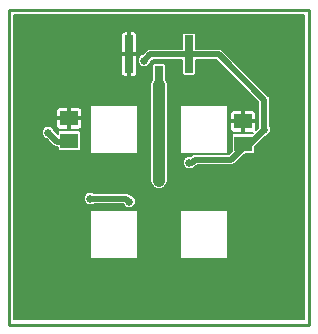
<source format=gbl>
G75*
%MOIN*%
%OFA0B0*%
%FSLAX25Y25*%
%IPPOS*%
%LPD*%
%AMOC8*
5,1,8,0,0,1.08239X$1,22.5*
%
%ADD10C,0.01000*%
%ADD11R,0.05906X0.05118*%
%ADD12R,0.02700X0.12600*%
%ADD13C,0.00600*%
%ADD14C,0.02578*%
%ADD15C,0.02000*%
%ADD16C,0.04000*%
D10*
X0046300Y0041300D02*
X0146300Y0041300D01*
X0146300Y0146300D01*
X0046300Y0146300D01*
X0046300Y0041300D01*
X0106300Y0095300D02*
X0107300Y0095300D01*
X0124300Y0100300D02*
X0124300Y0101560D01*
X0124560Y0101300D01*
X0126300Y0101300D01*
X0066300Y0102560D02*
X0066040Y0102300D01*
D11*
X0066300Y0102560D03*
X0066300Y0110040D03*
X0124300Y0109040D03*
X0124300Y0101560D03*
D12*
X0096300Y0121200D03*
X0086300Y0131400D03*
X0106300Y0131400D03*
D13*
X0108550Y0133300D02*
X0108550Y0138073D01*
X0108023Y0138600D01*
X0104577Y0138600D01*
X0104050Y0138073D01*
X0104050Y0133300D01*
X0092613Y0133300D01*
X0090802Y0131489D01*
X0090393Y0131489D01*
X0089111Y0130207D01*
X0089111Y0128393D01*
X0090393Y0127111D01*
X0092207Y0127111D01*
X0093489Y0128393D01*
X0093489Y0128802D01*
X0094187Y0129500D01*
X0104050Y0129500D01*
X0104050Y0124727D01*
X0104577Y0124200D01*
X0108023Y0124200D01*
X0108550Y0124727D01*
X0108550Y0129500D01*
X0115413Y0129500D01*
X0129400Y0115513D01*
X0129400Y0107496D01*
X0129111Y0107207D01*
X0129111Y0106798D01*
X0128527Y0106214D01*
X0128553Y0106310D01*
X0128553Y0108740D01*
X0124600Y0108740D01*
X0124600Y0105181D01*
X0127424Y0105181D01*
X0127520Y0105207D01*
X0127332Y0105019D01*
X0120974Y0105019D01*
X0120447Y0104492D01*
X0120447Y0099134D01*
X0119513Y0098200D01*
X0107513Y0098200D01*
X0106802Y0097489D01*
X0105393Y0097489D01*
X0104111Y0096207D01*
X0104111Y0094393D01*
X0105393Y0093111D01*
X0107207Y0093111D01*
X0107496Y0093400D01*
X0108087Y0093400D01*
X0109087Y0094400D01*
X0121087Y0094400D01*
X0122200Y0095513D01*
X0124788Y0098101D01*
X0127626Y0098101D01*
X0128153Y0098628D01*
X0128153Y0100466D01*
X0131798Y0104111D01*
X0132207Y0104111D01*
X0133489Y0105393D01*
X0133489Y0107207D01*
X0133200Y0107496D01*
X0133200Y0117087D01*
X0132087Y0118200D01*
X0116987Y0133300D01*
X0108550Y0133300D01*
X0108550Y0133794D02*
X0144500Y0133794D01*
X0144500Y0133196D02*
X0117091Y0133196D01*
X0117690Y0132597D02*
X0144500Y0132597D01*
X0144500Y0131999D02*
X0118288Y0131999D01*
X0118887Y0131400D02*
X0144500Y0131400D01*
X0144500Y0130802D02*
X0119485Y0130802D01*
X0120084Y0130203D02*
X0144500Y0130203D01*
X0144500Y0129605D02*
X0120682Y0129605D01*
X0121281Y0129006D02*
X0144500Y0129006D01*
X0144500Y0128408D02*
X0121879Y0128408D01*
X0122478Y0127809D02*
X0144500Y0127809D01*
X0144500Y0127211D02*
X0123076Y0127211D01*
X0123675Y0126612D02*
X0144500Y0126612D01*
X0144500Y0126014D02*
X0124273Y0126014D01*
X0124872Y0125415D02*
X0144500Y0125415D01*
X0144500Y0124817D02*
X0125470Y0124817D01*
X0126069Y0124218D02*
X0144500Y0124218D01*
X0144500Y0123620D02*
X0126667Y0123620D01*
X0127266Y0123021D02*
X0144500Y0123021D01*
X0144500Y0122423D02*
X0127864Y0122423D01*
X0128463Y0121824D02*
X0144500Y0121824D01*
X0144500Y0121226D02*
X0129061Y0121226D01*
X0129660Y0120627D02*
X0144500Y0120627D01*
X0144500Y0120029D02*
X0130258Y0120029D01*
X0130857Y0119430D02*
X0144500Y0119430D01*
X0144500Y0118832D02*
X0131455Y0118832D01*
X0132054Y0118233D02*
X0144500Y0118233D01*
X0144500Y0117634D02*
X0132652Y0117634D01*
X0133200Y0117036D02*
X0144500Y0117036D01*
X0144500Y0116437D02*
X0133200Y0116437D01*
X0133200Y0115839D02*
X0144500Y0115839D01*
X0144500Y0115240D02*
X0133200Y0115240D01*
X0133200Y0114642D02*
X0144500Y0114642D01*
X0144500Y0114043D02*
X0133200Y0114043D01*
X0133200Y0113445D02*
X0144500Y0113445D01*
X0144500Y0112846D02*
X0133200Y0112846D01*
X0133200Y0112248D02*
X0144500Y0112248D01*
X0144500Y0111649D02*
X0133200Y0111649D01*
X0133200Y0111051D02*
X0144500Y0111051D01*
X0144500Y0110452D02*
X0133200Y0110452D01*
X0133200Y0109854D02*
X0144500Y0109854D01*
X0144500Y0109255D02*
X0133200Y0109255D01*
X0133200Y0108657D02*
X0144500Y0108657D01*
X0144500Y0108058D02*
X0133200Y0108058D01*
X0133236Y0107460D02*
X0144500Y0107460D01*
X0144500Y0106861D02*
X0133489Y0106861D01*
X0133489Y0106263D02*
X0144500Y0106263D01*
X0144500Y0105664D02*
X0133489Y0105664D01*
X0133161Y0105066D02*
X0144500Y0105066D01*
X0144500Y0104467D02*
X0132563Y0104467D01*
X0131556Y0103869D02*
X0144500Y0103869D01*
X0144500Y0103270D02*
X0130957Y0103270D01*
X0130359Y0102672D02*
X0144500Y0102672D01*
X0144500Y0102073D02*
X0129760Y0102073D01*
X0129162Y0101475D02*
X0144500Y0101475D01*
X0144500Y0100876D02*
X0128563Y0100876D01*
X0128153Y0100278D02*
X0144500Y0100278D01*
X0144500Y0099679D02*
X0128153Y0099679D01*
X0128153Y0099081D02*
X0144500Y0099081D01*
X0144500Y0098482D02*
X0128007Y0098482D01*
X0124571Y0097884D02*
X0144500Y0097884D01*
X0144500Y0097285D02*
X0123972Y0097285D01*
X0123374Y0096687D02*
X0144500Y0096687D01*
X0144500Y0096088D02*
X0122775Y0096088D01*
X0122200Y0095513D02*
X0122200Y0095513D01*
X0122177Y0095490D02*
X0144500Y0095490D01*
X0144500Y0094891D02*
X0121578Y0094891D01*
X0119795Y0098482D02*
X0119331Y0098482D01*
X0119400Y0098551D02*
X0119400Y0114049D01*
X0119049Y0114400D01*
X0103551Y0114400D01*
X0103200Y0114049D01*
X0103200Y0098551D01*
X0103551Y0098200D01*
X0104049Y0098200D01*
X0119049Y0098200D01*
X0119400Y0098551D01*
X0119400Y0099081D02*
X0120394Y0099081D01*
X0120447Y0099679D02*
X0119400Y0099679D01*
X0119400Y0100278D02*
X0120447Y0100278D01*
X0120447Y0100876D02*
X0119400Y0100876D01*
X0119400Y0101475D02*
X0120447Y0101475D01*
X0120447Y0102073D02*
X0119400Y0102073D01*
X0119400Y0102672D02*
X0120447Y0102672D01*
X0120447Y0103270D02*
X0119400Y0103270D01*
X0119400Y0103869D02*
X0120447Y0103869D01*
X0120447Y0104467D02*
X0119400Y0104467D01*
X0119400Y0105066D02*
X0127379Y0105066D01*
X0128540Y0106263D02*
X0128576Y0106263D01*
X0128553Y0106861D02*
X0129111Y0106861D01*
X0129364Y0107460D02*
X0128553Y0107460D01*
X0128553Y0108058D02*
X0129400Y0108058D01*
X0129400Y0108657D02*
X0128553Y0108657D01*
X0128553Y0109340D02*
X0128553Y0111770D01*
X0128464Y0112101D01*
X0128293Y0112397D01*
X0128051Y0112639D01*
X0127755Y0112811D01*
X0127424Y0112899D01*
X0124600Y0112899D01*
X0124600Y0109340D01*
X0128553Y0109340D01*
X0128553Y0109854D02*
X0129400Y0109854D01*
X0129400Y0110452D02*
X0128553Y0110452D01*
X0128553Y0111051D02*
X0129400Y0111051D01*
X0129400Y0111649D02*
X0128553Y0111649D01*
X0128379Y0112248D02*
X0129400Y0112248D01*
X0129400Y0112846D02*
X0127621Y0112846D01*
X0129400Y0113445D02*
X0119400Y0113445D01*
X0119400Y0114043D02*
X0129400Y0114043D01*
X0129400Y0114642D02*
X0099200Y0114642D01*
X0099200Y0115240D02*
X0129400Y0115240D01*
X0129074Y0115839D02*
X0099200Y0115839D01*
X0099200Y0116437D02*
X0128476Y0116437D01*
X0127877Y0117036D02*
X0099200Y0117036D01*
X0099200Y0117634D02*
X0127278Y0117634D01*
X0126680Y0118233D02*
X0099200Y0118233D01*
X0099200Y0118832D02*
X0126081Y0118832D01*
X0125483Y0119430D02*
X0099200Y0119430D01*
X0099200Y0120029D02*
X0124884Y0120029D01*
X0124286Y0120627D02*
X0099200Y0120627D01*
X0099200Y0121226D02*
X0123687Y0121226D01*
X0123089Y0121824D02*
X0099180Y0121824D01*
X0099200Y0121777D02*
X0098758Y0122843D01*
X0098550Y0123051D01*
X0098550Y0127873D01*
X0098023Y0128400D01*
X0094577Y0128400D01*
X0094050Y0127873D01*
X0094050Y0123051D01*
X0093841Y0122843D01*
X0093400Y0121777D01*
X0093400Y0088723D01*
X0093841Y0087657D01*
X0094657Y0086841D01*
X0095723Y0086400D01*
X0096877Y0086400D01*
X0097943Y0086841D01*
X0098758Y0087657D01*
X0099200Y0088723D01*
X0099200Y0121777D01*
X0098933Y0122423D02*
X0122490Y0122423D01*
X0121892Y0123021D02*
X0098580Y0123021D01*
X0098550Y0123620D02*
X0121293Y0123620D01*
X0120695Y0124218D02*
X0108041Y0124218D01*
X0108550Y0124817D02*
X0120096Y0124817D01*
X0119498Y0125415D02*
X0108550Y0125415D01*
X0108550Y0126014D02*
X0118899Y0126014D01*
X0118301Y0126612D02*
X0108550Y0126612D01*
X0108550Y0127211D02*
X0117702Y0127211D01*
X0117104Y0127809D02*
X0108550Y0127809D01*
X0108550Y0128408D02*
X0116505Y0128408D01*
X0115907Y0129006D02*
X0108550Y0129006D01*
X0104050Y0129006D02*
X0093693Y0129006D01*
X0093489Y0128408D02*
X0104050Y0128408D01*
X0104050Y0127809D02*
X0098550Y0127809D01*
X0098550Y0127211D02*
X0104050Y0127211D01*
X0104050Y0126612D02*
X0098550Y0126612D01*
X0098550Y0126014D02*
X0104050Y0126014D01*
X0104050Y0125415D02*
X0098550Y0125415D01*
X0098550Y0124817D02*
X0104050Y0124817D01*
X0104559Y0124218D02*
X0098550Y0124218D01*
X0094050Y0124218D02*
X0088607Y0124218D01*
X0088690Y0124302D02*
X0088861Y0124598D01*
X0088950Y0124929D01*
X0088950Y0131100D01*
X0086600Y0131100D01*
X0086600Y0131700D01*
X0086000Y0131700D01*
X0086000Y0139000D01*
X0084779Y0139000D01*
X0084448Y0138911D01*
X0084152Y0138740D01*
X0083910Y0138498D01*
X0083739Y0138202D01*
X0083650Y0137871D01*
X0083650Y0131700D01*
X0086000Y0131700D01*
X0086000Y0131100D01*
X0083650Y0131100D01*
X0083650Y0124929D01*
X0083739Y0124598D01*
X0083910Y0124302D01*
X0084152Y0124060D01*
X0084448Y0123889D01*
X0084779Y0123800D01*
X0086000Y0123800D01*
X0086000Y0131100D01*
X0086600Y0131100D01*
X0086600Y0123800D01*
X0087821Y0123800D01*
X0088152Y0123889D01*
X0088448Y0124060D01*
X0088690Y0124302D01*
X0088920Y0124817D02*
X0094050Y0124817D01*
X0094050Y0125415D02*
X0088950Y0125415D01*
X0088950Y0126014D02*
X0094050Y0126014D01*
X0094050Y0126612D02*
X0088950Y0126612D01*
X0088950Y0127211D02*
X0090294Y0127211D01*
X0089695Y0127809D02*
X0088950Y0127809D01*
X0088950Y0128408D02*
X0089111Y0128408D01*
X0089111Y0129006D02*
X0088950Y0129006D01*
X0088950Y0129605D02*
X0089111Y0129605D01*
X0089111Y0130203D02*
X0088950Y0130203D01*
X0088950Y0130802D02*
X0089706Y0130802D01*
X0090305Y0131400D02*
X0086600Y0131400D01*
X0086600Y0131700D02*
X0088950Y0131700D01*
X0088950Y0137871D01*
X0088861Y0138202D01*
X0088690Y0138498D01*
X0088448Y0138740D01*
X0088152Y0138911D01*
X0087821Y0139000D01*
X0086600Y0139000D01*
X0086600Y0131700D01*
X0086600Y0131999D02*
X0086000Y0131999D01*
X0086000Y0132597D02*
X0086600Y0132597D01*
X0086600Y0133196D02*
X0086000Y0133196D01*
X0086000Y0133794D02*
X0086600Y0133794D01*
X0086600Y0134393D02*
X0086000Y0134393D01*
X0086000Y0134991D02*
X0086600Y0134991D01*
X0086600Y0135590D02*
X0086000Y0135590D01*
X0086000Y0136188D02*
X0086600Y0136188D01*
X0086600Y0136787D02*
X0086000Y0136787D01*
X0086000Y0137385D02*
X0086600Y0137385D01*
X0086600Y0137984D02*
X0086000Y0137984D01*
X0086000Y0138582D02*
X0086600Y0138582D01*
X0083994Y0138582D02*
X0048100Y0138582D01*
X0048100Y0137984D02*
X0083680Y0137984D01*
X0083650Y0137385D02*
X0048100Y0137385D01*
X0048100Y0136787D02*
X0083650Y0136787D01*
X0083650Y0136188D02*
X0048100Y0136188D01*
X0048100Y0135590D02*
X0083650Y0135590D01*
X0083650Y0134991D02*
X0048100Y0134991D01*
X0048100Y0134393D02*
X0083650Y0134393D01*
X0083650Y0133794D02*
X0048100Y0133794D01*
X0048100Y0133196D02*
X0083650Y0133196D01*
X0083650Y0132597D02*
X0048100Y0132597D01*
X0048100Y0131999D02*
X0083650Y0131999D01*
X0083650Y0130802D02*
X0048100Y0130802D01*
X0048100Y0131400D02*
X0086000Y0131400D01*
X0086000Y0130802D02*
X0086600Y0130802D01*
X0086600Y0130203D02*
X0086000Y0130203D01*
X0086000Y0129605D02*
X0086600Y0129605D01*
X0086600Y0129006D02*
X0086000Y0129006D01*
X0086000Y0128408D02*
X0086600Y0128408D01*
X0086600Y0127809D02*
X0086000Y0127809D01*
X0086000Y0127211D02*
X0086600Y0127211D01*
X0086600Y0126612D02*
X0086000Y0126612D01*
X0086000Y0126014D02*
X0086600Y0126014D01*
X0086600Y0125415D02*
X0086000Y0125415D01*
X0086000Y0124817D02*
X0086600Y0124817D01*
X0086600Y0124218D02*
X0086000Y0124218D01*
X0083993Y0124218D02*
X0048100Y0124218D01*
X0048100Y0123620D02*
X0094050Y0123620D01*
X0094020Y0123021D02*
X0048100Y0123021D01*
X0048100Y0122423D02*
X0093667Y0122423D01*
X0093420Y0121824D02*
X0048100Y0121824D01*
X0048100Y0121226D02*
X0093400Y0121226D01*
X0093400Y0120627D02*
X0048100Y0120627D01*
X0048100Y0120029D02*
X0093400Y0120029D01*
X0093400Y0119430D02*
X0048100Y0119430D01*
X0048100Y0118832D02*
X0093400Y0118832D01*
X0093400Y0118233D02*
X0048100Y0118233D01*
X0048100Y0117634D02*
X0093400Y0117634D01*
X0093400Y0117036D02*
X0048100Y0117036D01*
X0048100Y0116437D02*
X0093400Y0116437D01*
X0093400Y0115839D02*
X0048100Y0115839D01*
X0048100Y0115240D02*
X0093400Y0115240D01*
X0093400Y0114642D02*
X0048100Y0114642D01*
X0048100Y0114043D02*
X0073200Y0114043D01*
X0073200Y0114049D02*
X0073200Y0098551D01*
X0073551Y0098200D01*
X0074049Y0098200D01*
X0089049Y0098200D01*
X0089400Y0098551D01*
X0089400Y0114049D01*
X0089049Y0114400D01*
X0073551Y0114400D01*
X0073200Y0114049D01*
X0073200Y0113445D02*
X0070246Y0113445D01*
X0070293Y0113397D02*
X0070051Y0113639D01*
X0069755Y0113811D01*
X0069424Y0113899D01*
X0066600Y0113899D01*
X0066600Y0110340D01*
X0070553Y0110340D01*
X0070553Y0112770D01*
X0070464Y0113101D01*
X0070293Y0113397D01*
X0070532Y0112846D02*
X0073200Y0112846D01*
X0073200Y0112248D02*
X0070553Y0112248D01*
X0070553Y0111649D02*
X0073200Y0111649D01*
X0073200Y0111051D02*
X0070553Y0111051D01*
X0070553Y0110452D02*
X0073200Y0110452D01*
X0073200Y0109854D02*
X0066600Y0109854D01*
X0066600Y0109740D02*
X0066600Y0110340D01*
X0066000Y0110340D01*
X0066000Y0109740D01*
X0066600Y0109740D01*
X0066600Y0106181D01*
X0069424Y0106181D01*
X0069755Y0106270D01*
X0070051Y0106441D01*
X0070293Y0106683D01*
X0070464Y0106979D01*
X0070553Y0107310D01*
X0070553Y0109740D01*
X0066600Y0109740D01*
X0066600Y0109255D02*
X0066000Y0109255D01*
X0066000Y0109740D02*
X0066000Y0106181D01*
X0063176Y0106181D01*
X0062845Y0106270D01*
X0062549Y0106441D01*
X0062307Y0106683D01*
X0062136Y0106979D01*
X0062047Y0107310D01*
X0062047Y0109740D01*
X0066000Y0109740D01*
X0066000Y0109854D02*
X0048100Y0109854D01*
X0048100Y0110452D02*
X0062047Y0110452D01*
X0062047Y0110340D02*
X0062047Y0112770D01*
X0062136Y0113101D01*
X0062307Y0113397D01*
X0062549Y0113639D01*
X0062845Y0113811D01*
X0063176Y0113899D01*
X0066000Y0113899D01*
X0066000Y0110340D01*
X0062047Y0110340D01*
X0062047Y0111051D02*
X0048100Y0111051D01*
X0048100Y0111649D02*
X0062047Y0111649D01*
X0062047Y0112248D02*
X0048100Y0112248D01*
X0048100Y0112846D02*
X0062068Y0112846D01*
X0062354Y0113445D02*
X0048100Y0113445D01*
X0048100Y0109255D02*
X0062047Y0109255D01*
X0062047Y0108657D02*
X0048100Y0108657D01*
X0048100Y0108058D02*
X0062047Y0108058D01*
X0062047Y0107460D02*
X0060236Y0107460D01*
X0060207Y0107489D02*
X0058393Y0107489D01*
X0057111Y0106207D01*
X0057111Y0104393D01*
X0058393Y0103111D01*
X0058802Y0103111D01*
X0060400Y0101513D01*
X0061513Y0100400D01*
X0062447Y0100400D01*
X0062447Y0099628D01*
X0062974Y0099101D01*
X0069626Y0099101D01*
X0070153Y0099628D01*
X0070153Y0105492D01*
X0069626Y0106019D01*
X0062974Y0106019D01*
X0062447Y0105492D01*
X0062447Y0104840D01*
X0061489Y0105798D01*
X0061489Y0106207D01*
X0060207Y0107489D01*
X0060834Y0106861D02*
X0062204Y0106861D01*
X0062871Y0106263D02*
X0061433Y0106263D01*
X0061623Y0105664D02*
X0062620Y0105664D01*
X0062447Y0105066D02*
X0062221Y0105066D01*
X0059241Y0102672D02*
X0048100Y0102672D01*
X0048100Y0103270D02*
X0058234Y0103270D01*
X0057636Y0103869D02*
X0048100Y0103869D01*
X0048100Y0104467D02*
X0057111Y0104467D01*
X0057111Y0105066D02*
X0048100Y0105066D01*
X0048100Y0105664D02*
X0057111Y0105664D01*
X0057167Y0106263D02*
X0048100Y0106263D01*
X0048100Y0106861D02*
X0057766Y0106861D01*
X0058364Y0107460D02*
X0048100Y0107460D01*
X0048100Y0102073D02*
X0059840Y0102073D01*
X0060438Y0101475D02*
X0048100Y0101475D01*
X0048100Y0100876D02*
X0061037Y0100876D01*
X0062447Y0100278D02*
X0048100Y0100278D01*
X0048100Y0099679D02*
X0062447Y0099679D01*
X0066000Y0106263D02*
X0066600Y0106263D01*
X0066600Y0106861D02*
X0066000Y0106861D01*
X0066000Y0107460D02*
X0066600Y0107460D01*
X0066600Y0108058D02*
X0066000Y0108058D01*
X0066000Y0108657D02*
X0066600Y0108657D01*
X0066600Y0110452D02*
X0066000Y0110452D01*
X0066000Y0111051D02*
X0066600Y0111051D01*
X0066600Y0111649D02*
X0066000Y0111649D01*
X0066000Y0112248D02*
X0066600Y0112248D01*
X0066600Y0112846D02*
X0066000Y0112846D01*
X0066000Y0113445D02*
X0066600Y0113445D01*
X0070553Y0109255D02*
X0073200Y0109255D01*
X0073200Y0108657D02*
X0070553Y0108657D01*
X0070553Y0108058D02*
X0073200Y0108058D01*
X0073200Y0107460D02*
X0070553Y0107460D01*
X0070396Y0106861D02*
X0073200Y0106861D01*
X0073200Y0106263D02*
X0069729Y0106263D01*
X0069980Y0105664D02*
X0073200Y0105664D01*
X0073200Y0105066D02*
X0070153Y0105066D01*
X0070153Y0104467D02*
X0073200Y0104467D01*
X0073200Y0103869D02*
X0070153Y0103869D01*
X0070153Y0103270D02*
X0073200Y0103270D01*
X0073200Y0102672D02*
X0070153Y0102672D01*
X0070153Y0102073D02*
X0073200Y0102073D01*
X0073200Y0101475D02*
X0070153Y0101475D01*
X0070153Y0100876D02*
X0073200Y0100876D01*
X0073200Y0100278D02*
X0070153Y0100278D01*
X0070153Y0099679D02*
X0073200Y0099679D01*
X0073200Y0099081D02*
X0048100Y0099081D01*
X0048100Y0098482D02*
X0073269Y0098482D01*
X0072393Y0085489D02*
X0071111Y0084207D01*
X0071111Y0082393D01*
X0072393Y0081111D01*
X0074207Y0081111D01*
X0074496Y0081400D01*
X0084111Y0081400D01*
X0084111Y0081393D01*
X0085393Y0080111D01*
X0087207Y0080111D01*
X0088489Y0081393D01*
X0088489Y0083207D01*
X0087207Y0084489D01*
X0086798Y0084489D01*
X0086087Y0085200D01*
X0074496Y0085200D01*
X0074207Y0085489D01*
X0072393Y0085489D01*
X0072219Y0085315D02*
X0048100Y0085315D01*
X0048100Y0085913D02*
X0144500Y0085913D01*
X0144500Y0085315D02*
X0074381Y0085315D01*
X0071621Y0084716D02*
X0048100Y0084716D01*
X0048100Y0084118D02*
X0071111Y0084118D01*
X0071111Y0083519D02*
X0048100Y0083519D01*
X0048100Y0082921D02*
X0071111Y0082921D01*
X0071182Y0082322D02*
X0048100Y0082322D01*
X0048100Y0081724D02*
X0071780Y0081724D01*
X0072379Y0081125D02*
X0048100Y0081125D01*
X0048100Y0080527D02*
X0084978Y0080527D01*
X0084379Y0081125D02*
X0074221Y0081125D01*
X0073551Y0079400D02*
X0073200Y0079049D01*
X0073200Y0063551D01*
X0073551Y0063200D01*
X0074049Y0063200D01*
X0089049Y0063200D01*
X0089400Y0063551D01*
X0089400Y0079049D01*
X0089049Y0079400D01*
X0073551Y0079400D01*
X0073481Y0079330D02*
X0048100Y0079330D01*
X0048100Y0079928D02*
X0144500Y0079928D01*
X0144500Y0079330D02*
X0119119Y0079330D01*
X0119049Y0079400D02*
X0103551Y0079400D01*
X0103200Y0079049D01*
X0103200Y0063551D01*
X0103551Y0063200D01*
X0104049Y0063200D01*
X0119049Y0063200D01*
X0119400Y0063551D01*
X0119400Y0079049D01*
X0119049Y0079400D01*
X0119400Y0078731D02*
X0144500Y0078731D01*
X0144500Y0078133D02*
X0119400Y0078133D01*
X0119400Y0077534D02*
X0144500Y0077534D01*
X0144500Y0076936D02*
X0119400Y0076936D01*
X0119400Y0076337D02*
X0144500Y0076337D01*
X0144500Y0075739D02*
X0119400Y0075739D01*
X0119400Y0075140D02*
X0144500Y0075140D01*
X0144500Y0074542D02*
X0119400Y0074542D01*
X0119400Y0073943D02*
X0144500Y0073943D01*
X0144500Y0073345D02*
X0119400Y0073345D01*
X0119400Y0072746D02*
X0144500Y0072746D01*
X0144500Y0072148D02*
X0119400Y0072148D01*
X0119400Y0071549D02*
X0144500Y0071549D01*
X0144500Y0070951D02*
X0119400Y0070951D01*
X0119400Y0070352D02*
X0144500Y0070352D01*
X0144500Y0069754D02*
X0119400Y0069754D01*
X0119400Y0069155D02*
X0144500Y0069155D01*
X0144500Y0068557D02*
X0119400Y0068557D01*
X0119400Y0067958D02*
X0144500Y0067958D01*
X0144500Y0067360D02*
X0119400Y0067360D01*
X0119400Y0066761D02*
X0144500Y0066761D01*
X0144500Y0066163D02*
X0119400Y0066163D01*
X0119400Y0065564D02*
X0144500Y0065564D01*
X0144500Y0064966D02*
X0119400Y0064966D01*
X0119400Y0064367D02*
X0144500Y0064367D01*
X0144500Y0063768D02*
X0119400Y0063768D01*
X0103200Y0063768D02*
X0089400Y0063768D01*
X0089400Y0064367D02*
X0103200Y0064367D01*
X0103200Y0064966D02*
X0089400Y0064966D01*
X0089400Y0065564D02*
X0103200Y0065564D01*
X0103200Y0066163D02*
X0089400Y0066163D01*
X0089400Y0066761D02*
X0103200Y0066761D01*
X0103200Y0067360D02*
X0089400Y0067360D01*
X0089400Y0067958D02*
X0103200Y0067958D01*
X0103200Y0068557D02*
X0089400Y0068557D01*
X0089400Y0069155D02*
X0103200Y0069155D01*
X0103200Y0069754D02*
X0089400Y0069754D01*
X0089400Y0070352D02*
X0103200Y0070352D01*
X0103200Y0070951D02*
X0089400Y0070951D01*
X0089400Y0071549D02*
X0103200Y0071549D01*
X0103200Y0072148D02*
X0089400Y0072148D01*
X0089400Y0072746D02*
X0103200Y0072746D01*
X0103200Y0073345D02*
X0089400Y0073345D01*
X0089400Y0073943D02*
X0103200Y0073943D01*
X0103200Y0074542D02*
X0089400Y0074542D01*
X0089400Y0075140D02*
X0103200Y0075140D01*
X0103200Y0075739D02*
X0089400Y0075739D01*
X0089400Y0076337D02*
X0103200Y0076337D01*
X0103200Y0076936D02*
X0089400Y0076936D01*
X0089400Y0077534D02*
X0103200Y0077534D01*
X0103200Y0078133D02*
X0089400Y0078133D01*
X0089400Y0078731D02*
X0103200Y0078731D01*
X0103481Y0079330D02*
X0089119Y0079330D01*
X0087622Y0080527D02*
X0144500Y0080527D01*
X0144500Y0081125D02*
X0088221Y0081125D01*
X0088489Y0081724D02*
X0144500Y0081724D01*
X0144500Y0082322D02*
X0088489Y0082322D01*
X0088489Y0082921D02*
X0144500Y0082921D01*
X0144500Y0083519D02*
X0088176Y0083519D01*
X0087578Y0084118D02*
X0144500Y0084118D01*
X0144500Y0084716D02*
X0086571Y0084716D01*
X0093820Y0087709D02*
X0048100Y0087709D01*
X0048100Y0088307D02*
X0093572Y0088307D01*
X0093400Y0088906D02*
X0048100Y0088906D01*
X0048100Y0089504D02*
X0093400Y0089504D01*
X0093400Y0090103D02*
X0048100Y0090103D01*
X0048100Y0090701D02*
X0093400Y0090701D01*
X0093400Y0091300D02*
X0048100Y0091300D01*
X0048100Y0091899D02*
X0093400Y0091899D01*
X0093400Y0092497D02*
X0048100Y0092497D01*
X0048100Y0093096D02*
X0093400Y0093096D01*
X0093400Y0093694D02*
X0048100Y0093694D01*
X0048100Y0094293D02*
X0093400Y0094293D01*
X0093400Y0094891D02*
X0048100Y0094891D01*
X0048100Y0095490D02*
X0093400Y0095490D01*
X0093400Y0096088D02*
X0048100Y0096088D01*
X0048100Y0096687D02*
X0093400Y0096687D01*
X0093400Y0097285D02*
X0048100Y0097285D01*
X0048100Y0097884D02*
X0093400Y0097884D01*
X0093400Y0098482D02*
X0089331Y0098482D01*
X0089400Y0099081D02*
X0093400Y0099081D01*
X0093400Y0099679D02*
X0089400Y0099679D01*
X0089400Y0100278D02*
X0093400Y0100278D01*
X0093400Y0100876D02*
X0089400Y0100876D01*
X0089400Y0101475D02*
X0093400Y0101475D01*
X0093400Y0102073D02*
X0089400Y0102073D01*
X0089400Y0102672D02*
X0093400Y0102672D01*
X0093400Y0103270D02*
X0089400Y0103270D01*
X0089400Y0103869D02*
X0093400Y0103869D01*
X0093400Y0104467D02*
X0089400Y0104467D01*
X0089400Y0105066D02*
X0093400Y0105066D01*
X0093400Y0105664D02*
X0089400Y0105664D01*
X0089400Y0106263D02*
X0093400Y0106263D01*
X0093400Y0106861D02*
X0089400Y0106861D01*
X0089400Y0107460D02*
X0093400Y0107460D01*
X0093400Y0108058D02*
X0089400Y0108058D01*
X0089400Y0108657D02*
X0093400Y0108657D01*
X0093400Y0109255D02*
X0089400Y0109255D01*
X0089400Y0109854D02*
X0093400Y0109854D01*
X0093400Y0110452D02*
X0089400Y0110452D01*
X0089400Y0111051D02*
X0093400Y0111051D01*
X0093400Y0111649D02*
X0089400Y0111649D01*
X0089400Y0112248D02*
X0093400Y0112248D01*
X0093400Y0112846D02*
X0089400Y0112846D01*
X0089400Y0113445D02*
X0093400Y0113445D01*
X0093400Y0114043D02*
X0089400Y0114043D01*
X0099200Y0114043D02*
X0103200Y0114043D01*
X0103200Y0113445D02*
X0099200Y0113445D01*
X0099200Y0112846D02*
X0103200Y0112846D01*
X0103200Y0112248D02*
X0099200Y0112248D01*
X0099200Y0111649D02*
X0103200Y0111649D01*
X0103200Y0111051D02*
X0099200Y0111051D01*
X0099200Y0110452D02*
X0103200Y0110452D01*
X0103200Y0109854D02*
X0099200Y0109854D01*
X0099200Y0109255D02*
X0103200Y0109255D01*
X0103200Y0108657D02*
X0099200Y0108657D01*
X0099200Y0108058D02*
X0103200Y0108058D01*
X0103200Y0107460D02*
X0099200Y0107460D01*
X0099200Y0106861D02*
X0103200Y0106861D01*
X0103200Y0106263D02*
X0099200Y0106263D01*
X0099200Y0105664D02*
X0103200Y0105664D01*
X0103200Y0105066D02*
X0099200Y0105066D01*
X0099200Y0104467D02*
X0103200Y0104467D01*
X0103200Y0103869D02*
X0099200Y0103869D01*
X0099200Y0103270D02*
X0103200Y0103270D01*
X0103200Y0102672D02*
X0099200Y0102672D01*
X0099200Y0102073D02*
X0103200Y0102073D01*
X0103200Y0101475D02*
X0099200Y0101475D01*
X0099200Y0100876D02*
X0103200Y0100876D01*
X0103200Y0100278D02*
X0099200Y0100278D01*
X0099200Y0099679D02*
X0103200Y0099679D01*
X0103200Y0099081D02*
X0099200Y0099081D01*
X0099200Y0098482D02*
X0103269Y0098482D01*
X0104591Y0096687D02*
X0099200Y0096687D01*
X0099200Y0097285D02*
X0105189Y0097285D01*
X0104111Y0096088D02*
X0099200Y0096088D01*
X0099200Y0095490D02*
X0104111Y0095490D01*
X0104111Y0094891D02*
X0099200Y0094891D01*
X0099200Y0094293D02*
X0104212Y0094293D01*
X0104810Y0093694D02*
X0099200Y0093694D01*
X0099200Y0093096D02*
X0144500Y0093096D01*
X0144500Y0093694D02*
X0108381Y0093694D01*
X0108980Y0094293D02*
X0144500Y0094293D01*
X0144500Y0092497D02*
X0099200Y0092497D01*
X0099200Y0091899D02*
X0144500Y0091899D01*
X0144500Y0091300D02*
X0099200Y0091300D01*
X0099200Y0090701D02*
X0144500Y0090701D01*
X0144500Y0090103D02*
X0099200Y0090103D01*
X0099200Y0089504D02*
X0144500Y0089504D01*
X0144500Y0088906D02*
X0099200Y0088906D01*
X0099028Y0088307D02*
X0144500Y0088307D01*
X0144500Y0087709D02*
X0098780Y0087709D01*
X0098212Y0087110D02*
X0144500Y0087110D01*
X0144500Y0086512D02*
X0097147Y0086512D01*
X0095453Y0086512D02*
X0048100Y0086512D01*
X0048100Y0087110D02*
X0094388Y0087110D01*
X0099200Y0097884D02*
X0107197Y0097884D01*
X0119400Y0105664D02*
X0120326Y0105664D01*
X0120307Y0105683D02*
X0120549Y0105441D01*
X0120845Y0105270D01*
X0121176Y0105181D01*
X0124000Y0105181D01*
X0124000Y0108740D01*
X0124600Y0108740D01*
X0124600Y0109340D01*
X0124000Y0109340D01*
X0124000Y0108740D01*
X0120047Y0108740D01*
X0120047Y0106310D01*
X0120136Y0105979D01*
X0120307Y0105683D01*
X0120060Y0106263D02*
X0119400Y0106263D01*
X0119400Y0106861D02*
X0120047Y0106861D01*
X0120047Y0107460D02*
X0119400Y0107460D01*
X0119400Y0108058D02*
X0120047Y0108058D01*
X0120047Y0108657D02*
X0119400Y0108657D01*
X0119400Y0109255D02*
X0124000Y0109255D01*
X0124000Y0109340D02*
X0120047Y0109340D01*
X0120047Y0111770D01*
X0120136Y0112101D01*
X0120307Y0112397D01*
X0120549Y0112639D01*
X0120845Y0112811D01*
X0121176Y0112899D01*
X0124000Y0112899D01*
X0124000Y0109340D01*
X0124000Y0109854D02*
X0124600Y0109854D01*
X0124600Y0110452D02*
X0124000Y0110452D01*
X0124000Y0111051D02*
X0124600Y0111051D01*
X0124600Y0111649D02*
X0124000Y0111649D01*
X0124000Y0112248D02*
X0124600Y0112248D01*
X0124600Y0112846D02*
X0124000Y0112846D01*
X0120979Y0112846D02*
X0119400Y0112846D01*
X0119400Y0112248D02*
X0120221Y0112248D01*
X0120047Y0111649D02*
X0119400Y0111649D01*
X0119400Y0111051D02*
X0120047Y0111051D01*
X0120047Y0110452D02*
X0119400Y0110452D01*
X0119400Y0109854D02*
X0120047Y0109854D01*
X0124000Y0108657D02*
X0124600Y0108657D01*
X0124600Y0109255D02*
X0129400Y0109255D01*
X0124600Y0108058D02*
X0124000Y0108058D01*
X0124000Y0107460D02*
X0124600Y0107460D01*
X0124600Y0106861D02*
X0124000Y0106861D01*
X0124000Y0106263D02*
X0124600Y0106263D01*
X0124600Y0105664D02*
X0124000Y0105664D01*
X0108550Y0134393D02*
X0144500Y0134393D01*
X0144500Y0134991D02*
X0108550Y0134991D01*
X0108550Y0135590D02*
X0144500Y0135590D01*
X0144500Y0136188D02*
X0108550Y0136188D01*
X0108550Y0136787D02*
X0144500Y0136787D01*
X0144500Y0137385D02*
X0108550Y0137385D01*
X0108550Y0137984D02*
X0144500Y0137984D01*
X0144500Y0138582D02*
X0108040Y0138582D01*
X0104560Y0138582D02*
X0088606Y0138582D01*
X0088920Y0137984D02*
X0104050Y0137984D01*
X0104050Y0137385D02*
X0088950Y0137385D01*
X0088950Y0136787D02*
X0104050Y0136787D01*
X0104050Y0136188D02*
X0088950Y0136188D01*
X0088950Y0135590D02*
X0104050Y0135590D01*
X0104050Y0134991D02*
X0088950Y0134991D01*
X0088950Y0134393D02*
X0104050Y0134393D01*
X0104050Y0133794D02*
X0088950Y0133794D01*
X0088950Y0133196D02*
X0092509Y0133196D01*
X0091910Y0132597D02*
X0088950Y0132597D01*
X0088950Y0131999D02*
X0091312Y0131999D01*
X0092905Y0127809D02*
X0094050Y0127809D01*
X0094050Y0127211D02*
X0092306Y0127211D01*
X0083650Y0127211D02*
X0048100Y0127211D01*
X0048100Y0127809D02*
X0083650Y0127809D01*
X0083650Y0128408D02*
X0048100Y0128408D01*
X0048100Y0129006D02*
X0083650Y0129006D01*
X0083650Y0129605D02*
X0048100Y0129605D01*
X0048100Y0130203D02*
X0083650Y0130203D01*
X0083650Y0126612D02*
X0048100Y0126612D01*
X0048100Y0126014D02*
X0083650Y0126014D01*
X0083650Y0125415D02*
X0048100Y0125415D01*
X0048100Y0124817D02*
X0083680Y0124817D01*
X0048100Y0139181D02*
X0144500Y0139181D01*
X0144500Y0139779D02*
X0048100Y0139779D01*
X0048100Y0140378D02*
X0144500Y0140378D01*
X0144500Y0140976D02*
X0048100Y0140976D01*
X0048100Y0141575D02*
X0144500Y0141575D01*
X0144500Y0142173D02*
X0048100Y0142173D01*
X0048100Y0142772D02*
X0144500Y0142772D01*
X0144500Y0143370D02*
X0048100Y0143370D01*
X0048100Y0143969D02*
X0144500Y0143969D01*
X0144500Y0144500D02*
X0144500Y0043100D01*
X0048100Y0043100D01*
X0048100Y0144500D01*
X0144500Y0144500D01*
X0073200Y0078731D02*
X0048100Y0078731D01*
X0048100Y0078133D02*
X0073200Y0078133D01*
X0073200Y0077534D02*
X0048100Y0077534D01*
X0048100Y0076936D02*
X0073200Y0076936D01*
X0073200Y0076337D02*
X0048100Y0076337D01*
X0048100Y0075739D02*
X0073200Y0075739D01*
X0073200Y0075140D02*
X0048100Y0075140D01*
X0048100Y0074542D02*
X0073200Y0074542D01*
X0073200Y0073943D02*
X0048100Y0073943D01*
X0048100Y0073345D02*
X0073200Y0073345D01*
X0073200Y0072746D02*
X0048100Y0072746D01*
X0048100Y0072148D02*
X0073200Y0072148D01*
X0073200Y0071549D02*
X0048100Y0071549D01*
X0048100Y0070951D02*
X0073200Y0070951D01*
X0073200Y0070352D02*
X0048100Y0070352D01*
X0048100Y0069754D02*
X0073200Y0069754D01*
X0073200Y0069155D02*
X0048100Y0069155D01*
X0048100Y0068557D02*
X0073200Y0068557D01*
X0073200Y0067958D02*
X0048100Y0067958D01*
X0048100Y0067360D02*
X0073200Y0067360D01*
X0073200Y0066761D02*
X0048100Y0066761D01*
X0048100Y0066163D02*
X0073200Y0066163D01*
X0073200Y0065564D02*
X0048100Y0065564D01*
X0048100Y0064966D02*
X0073200Y0064966D01*
X0073200Y0064367D02*
X0048100Y0064367D01*
X0048100Y0063768D02*
X0073200Y0063768D01*
X0048100Y0063170D02*
X0144500Y0063170D01*
X0144500Y0062571D02*
X0048100Y0062571D01*
X0048100Y0061973D02*
X0144500Y0061973D01*
X0144500Y0061374D02*
X0048100Y0061374D01*
X0048100Y0060776D02*
X0144500Y0060776D01*
X0144500Y0060177D02*
X0048100Y0060177D01*
X0048100Y0059579D02*
X0144500Y0059579D01*
X0144500Y0058980D02*
X0048100Y0058980D01*
X0048100Y0058382D02*
X0144500Y0058382D01*
X0144500Y0057783D02*
X0048100Y0057783D01*
X0048100Y0057185D02*
X0144500Y0057185D01*
X0144500Y0056586D02*
X0048100Y0056586D01*
X0048100Y0055988D02*
X0144500Y0055988D01*
X0144500Y0055389D02*
X0048100Y0055389D01*
X0048100Y0054791D02*
X0144500Y0054791D01*
X0144500Y0054192D02*
X0048100Y0054192D01*
X0048100Y0053594D02*
X0144500Y0053594D01*
X0144500Y0052995D02*
X0048100Y0052995D01*
X0048100Y0052397D02*
X0144500Y0052397D01*
X0144500Y0051798D02*
X0048100Y0051798D01*
X0048100Y0051200D02*
X0144500Y0051200D01*
X0144500Y0050601D02*
X0048100Y0050601D01*
X0048100Y0050003D02*
X0144500Y0050003D01*
X0144500Y0049404D02*
X0048100Y0049404D01*
X0048100Y0048806D02*
X0144500Y0048806D01*
X0144500Y0048207D02*
X0048100Y0048207D01*
X0048100Y0047609D02*
X0144500Y0047609D01*
X0144500Y0047010D02*
X0048100Y0047010D01*
X0048100Y0046412D02*
X0144500Y0046412D01*
X0144500Y0045813D02*
X0048100Y0045813D01*
X0048100Y0045215D02*
X0144500Y0045215D01*
X0144500Y0044616D02*
X0048100Y0044616D01*
X0048100Y0044018D02*
X0144500Y0044018D01*
X0144500Y0043419D02*
X0048100Y0043419D01*
D14*
X0067300Y0059300D03*
X0056300Y0081300D03*
X0073300Y0083300D03*
X0086300Y0082300D03*
X0096300Y0089300D03*
X0106300Y0095300D03*
X0131300Y0106300D03*
X0137300Y0081300D03*
X0126300Y0060300D03*
X0059300Y0105300D03*
X0076300Y0128300D03*
X0091300Y0129300D03*
D15*
X0093400Y0131400D01*
X0106300Y0131400D01*
X0116200Y0131400D01*
X0131300Y0116300D01*
X0131300Y0106300D01*
X0126300Y0101300D01*
X0124300Y0100300D02*
X0120300Y0096300D01*
X0108300Y0096300D01*
X0107300Y0095300D01*
X0086300Y0082300D02*
X0085300Y0083300D01*
X0073300Y0083300D01*
X0066040Y0102300D02*
X0062300Y0102300D01*
X0059300Y0105300D01*
D16*
X0096300Y0121200D02*
X0096300Y0089300D01*
M02*

</source>
